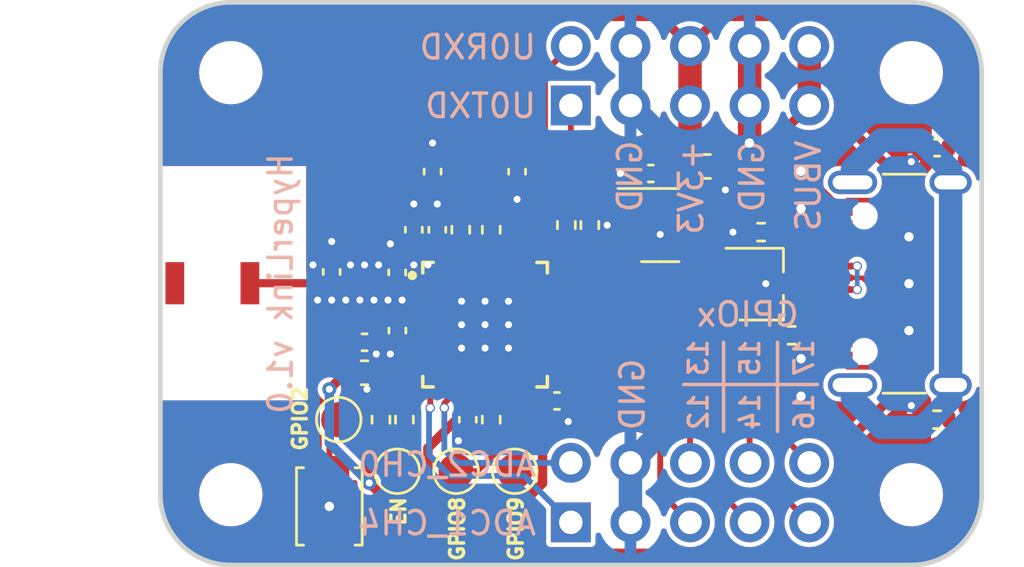
<source format=kicad_pcb>
(kicad_pcb (version 20221018) (generator pcbnew)
  (layers (0 "F.Cu" signal) (31 "B.Cu" signal) (34 "B.Paste" user) (35 "F.Paste" user) (36 "B.SilkS" user "B.Silkscreen") (37 "F.SilkS" user "F.Silkscreen") (38 "B.Mask" user) (39 "F.Mask" user) (44 "Edge.Cuts" user))
  (net 0 "")
  (net 1 "+3V3")
  (net 4 "VBUS")
  (net 5 "GND")
  (net 11 "/USB_D-")
  (net 12 "/USB_D+")
  (net 14 "/GPIO9")
  (net 15 "/GPIO2")
  (net 17 "/EN")
  (net 18 "/RF")
  (net 19 "/ANT")
  (net 20 "/SHIELD")
  (net 21 "/GPIO8")
  (net 22 "/XTAL_P")
  (net 23 "/XTAL_N")
  (net 24 "/XTAL_P_RES")
  (net 25 "/VDD3P3")
  (net 26 "/U0RXD")
  (net 27 "/U0TXD")
  (net 28 "/GPIO12")
  (net 29 "/GPIO13")
  (net 30 "/GPIO14")
  (net 31 "/GPIO15")
  (net 32 "/GPIO16")
  (net 33 "/GPIO17")
  (net 34 "/ADC1_CH4")
  (net 35 "/ADC2_CH0")
  (net 36 "/U0TXD_RES")
  (net 37 "/CC1")
  (net 38 "/CC2")
  (net 40 "/LDO_EN")
  (footprint "Package_TO_SOT_SMD:SOT-23-5" (layer "F.Cu") (at 140.3 79.5)
    (fp_text reference "U3" hide)
    (fp_text value "MIC5504-3.3YM5" hide)
  )
  (footprint "Resistor_SMD:R_0402_1005Metric" (layer "F.Cu") (at 144.6 79.8 180)
    (fp_text reference "R7" hide)
    (fp_text value "5k1" hide)
  )
  (footprint "TestPoint:TestPoint_Pad_D1.5mm" (layer "F.Cu") (at 126.6 87.8)
    (fp_text reference "TP4" hide)
    (fp_text value "GPIO2" hide)
  )
  (footprint "MountingHole:MountingHole_2.2mm_M2" (layer "F.Cu") (at 122 73)
    (fp_text reference "H3" hide)
    (fp_text value "MountingHole" hide)
  )
  (footprint "Resistor_SMD:R_0402_1005Metric" (layer "F.Cu") (at 129.4 87.8 90)
    (fp_text reference "R4" hide)
    (fp_text value "10k" hide)
  )
  (footprint "Capacitor_SMD:C_0402_1005Metric" (layer "F.Cu") (at 135.9 87)
    (fp_text reference "C2" hide)
    (fp_text value "100n" hide)
  )
  (footprint "MountingHole:MountingHole_2.2mm_M2" (layer "F.Cu") (at 151 73)
    (fp_text reference "H2" hide)
    (fp_text value "MountingHole" hide)
  )
  (footprint "Resistor_SMD:R_0402_1005Metric" (layer "F.Cu") (at 145.9 84.2 180)
    (fp_text reference "R8" hide)
    (fp_text value "5k1" hide)
  )
  (footprint "Capacitor_SMD:C_0402_1005Metric" (layer "F.Cu") (at 130.6 77.22 90)
    (fp_text reference "C5" hide)
    (fp_text value "12pF" hide)
  )
  (footprint "Capacitor_SMD:C_0603_1608Metric" (layer "F.Cu") (at 142.3 77)
    (fp_text reference "C7" hide)
    (fp_text value "10u" hide)
  )
  (footprint "TestPoint:TestPoint_Pad_D1.5mm" (layer "F.Cu") (at 134.1 90)
    (fp_text reference "TP2" hide)
    (fp_text value "GPIO9" hide)
  )
  (footprint "Capacitor_SMD:C_0603_1608Metric" (layer "F.Cu") (at 127.7 85.8)
    (fp_text reference "C18" hide)
    (fp_text value "10u" hide)
  )
  (footprint "Capacitor_SMD:C_0402_1005Metric" (layer "F.Cu") (at 126.3 81.5 90)
    (fp_text reference "C14" hide)
    (fp_text value "C" hide)
  )
  (footprint "Capacitor_SMD:C_0402_1005Metric" (layer "F.Cu") (at 130.8 79.7 90)
    (fp_text reference "C4" hide)
    (fp_text value "1u" hide)
  )
  (footprint "Capacitor_SMD:C_0402_1005Metric" (layer "F.Cu") (at 129.09 81.52 90)
    (fp_text reference "C1" hide)
    (fp_text value "C" hide)
  )
  (footprint "Inductor_SMD:L_0402_1005Metric" (layer "F.Cu") (at 127.7 81.95)
    (fp_text reference "L1" hide)
    (fp_text value "L" hide)
  )
  (footprint "Resistor_SMD:R_0402_1005Metric" (layer "F.Cu") (at 136.3 79.5 -90)
    (fp_text reference "R9" hide)
    (fp_text value "1k5" hide)
  )
  (footprint "Capacitor_SMD:C_0402_1005Metric" (layer "F.Cu") (at 134.2 77.22 -90)
    (fp_text reference "C6" hide)
    (fp_text value "12pF" hide)
  )
  (footprint "Inductor_SMD:L_0402_1005Metric" (layer "F.Cu") (at 127.7 83.5)
    (fp_text reference "L2" hide)
    (fp_text value "2n" hide)
  )
  (footprint "TestPoint:TestPoint_Pad_D1.5mm" (layer "F.Cu") (at 131.6 90)
    (fp_text reference "TP3" hide)
    (fp_text value "GPIO8" hide)
  )
  (footprint "Resistor_SMD:R_0402_1005Metric" (layer "F.Cu") (at 137.3 79.5 90)
    (fp_text reference "R10" hide)
    (fp_text value "10k" hide)
  )
  (footprint "Connector_USB:USB_C_Receptacle_GCT_USB4105-xx-A_16P_TopMnt_Horizontal" (layer "F.Cu") (at 151.6 82 90)
    (fp_text reference "J1" hide)
    (fp_text value "USB_C_Receptacle_USB2.0" hide)
  )
  (footprint "Capacitor_SMD:C_0402_1005Metric" (layer "F.Cu") (at 129.1 84 -90)
    (fp_text reference "C15" hide)
    (fp_text value "100n" hide)
  )
  (footprint "Capacitor_SMD:C_0402_1005Metric" (layer "F.Cu") (at 152.1 76.2 180)
    (fp_text reference "C11" hide)
    (fp_text value "C" hide)
  )
  (footprint "MountingHole:MountingHole_2.2mm_M2" (layer "F.Cu") (at 151 91)
    (fp_text reference "H1" hide)
    (fp_text value "MountingHole" hide)
  )
  (footprint "Connector_PinHeader_2.54mm:PinHeader_2x05_P2.54mm_Vertical" (layer "F.Cu") (at 136.49 92.18 90)
    (fp_text reference "J2" hide)
    (fp_text value "Conn_02x05_Odd_Even" hide)
  )
  (footprint "Connector_PinHeader_2.54mm:PinHeader_2x05_P2.54mm_Vertical" (layer "F.Cu") (at 136.49 74.4 90)
    (fp_text reference "J3" hide)
    (fp_text value "Conn_02x05_Odd_Even" hide)
  )
  (footprint "Capacitor_SMD:C_0402_1005Metric" (layer "F.Cu") (at 129.8 79.7 90)
    (fp_text reference "C3" hide)
    (fp_text value "10n" hide)
  )
  (footprint "Resistor_SMD:R_0402_1005Metric" (layer "F.Cu") (at 133.1 87.8 90)
    (fp_text reference "R2" hide)
    (fp_text value "10k" hide)
  )
  (footprint "Capacitor_SMD:C_0402_1005Metric" (layer "F.Cu") (at 139.9 77.3 180)
    (fp_text reference "C12" hide)
    (fp_text value "1u" hide)
  )
  (footprint "Resistor_SMD:R_0402_1005Metric" (layer "F.Cu") (at 128.4 87.8 90)
    (fp_text reference "R3" hide)
    (fp_text value "10k" hide)
  )
  (footprint "Resistor_SMD:R_0402_1005Metric" (layer "F.Cu") (at 131.8 79.7 -90)
    (fp_text reference "R6" hide)
    (fp_text value "0R" hide)
  )
  (footprint "encyclopedia_galactica:ABM11W-30.0000MHZ-7-D1X-T3" (layer "F.Cu") (at 132.400001 77.4 180)
    (fp_text reference "Y1" hide)
    (fp_text value "ABM11W-40.0000MHZ-8-B1U-T3" hide)
  )
  (footprint "Capacitor_SMD:C_0402_1005Metric" (layer "F.Cu") (at 132.1 87.8 -90)
    (fp_text reference "C17" hide)
    (fp_text value "100n" hide)
  )
  (footprint "MountingHole:MountingHole_2.2mm_M2" (layer "F.Cu") (at 122 91)
    (fp_text reference "H4" hide)
    (fp_text value "MountingHole" hide)
  )
  (footprint "Package_TO_SOT_SMD:TSOT-23" (layer "F.Cu") (at 144.6 82)
    (fp_text reference "U2" hide)
    (fp_text value "PESD2USB5UXT" hide)
  )
  (footprint "encyclopedia_galactica:QFN32_5X5_EXP" (layer "F.Cu") (at 132.834851 83.7487)
    (fp_text reference "U1" hide)
    (fp_text value "ESP32-C3" hide)
  )
  (footprint "Capacitor_SMD:C_0402_1005Metric" (layer "F.Cu") (at 127.7 84.5)
    (fp_text reference "C16" hide)
    (fp_text value "100n" hide)
  )
  (footprint "TestPoint:TestPoint_Pad_D1.5mm" (layer "F.Cu") (at 129.1 90)
    (fp_text reference "TP1" hide)
    (fp_text value "EN" hide)
  )
  (footprint "Button_Switch_SMD:SW_SPST_B3U-1000P" (layer "F.Cu") (at 126.2 91.5 90)
    (fp_text reference "SW1" hide)
    (fp_text value "SW_Push" hide)
  )
  (footprint "Resistor_SMD:R_0402_1005Metric" (layer "F.Cu") (at 152.1 87.8 180)
    (fp_text reference "R1" hide)
    (fp_text value "R" hide)
  )
  (footprint "encyclopedia_galactica:2108838-1" (layer "F.Cu") (at 118.715 81.98)
    (fp_text reference "AE1" hide)
    (fp_text value "2108838-1" hide)
  )
  (footprint "Resistor_SMD:R_0402_1005Metric" (layer "F.Cu") (at 133.1 79.7 -90)
    (fp_text reference "R5" hide)
    (fp_text value "500R" hide)
  )
  (gr_line (start 143 84.5) (end 143 88.3) (stroke (width 0.15)) (layer "B.SilkS"))
  (gr_line (start 145.3 84.5) (end 145.3 88.3) (stroke (width 0.15)) (layer "B.SilkS"))
  (gr_line (start 141.3 86.3) (end 147 86.3) (stroke (width 0.15)) (layer "B.SilkS"))
  (gr_line locked (start 122.000001 94) (end 151 94) (stroke (width 0.2)) (layer "Edge.Cuts"))
  (gr_arc locked (start 154.000002 91.000001) (mid 153.121322 93.121321) (end 151.000002 94.000001) (stroke (width 0.2)) (layer "Edge.Cuts"))
  (gr_line locked (start 119.000001 72.999999) (end 119 91) (stroke (width 0.2)) (layer "Edge.Cuts"))
  (gr_arc locked (start 151.000002 69.999999) (mid 153.121321 70.878679) (end 154.000002 72.999999) (stroke (width 0.2)) (layer "Edge.Cuts"))
  (gr_arc locked (start 122 94.000001) (mid 119.878673 93.121322) (end 119 91.000001) (stroke (width 0.2)) (layer "Edge.Cuts"))
  (gr_line locked (start 154.000003 73) (end 154.000002 91.000001) (stroke (width 0.2)) (layer "Edge.Cuts"))
  (gr_arc locked (start 119.000001 73) (mid 119.878674 70.878667) (end 122.000001 70) (stroke (width 0.2)) (layer "Edge.Cuts"))
  (gr_line locked (start 122.000001 70) (end 151 70) (stroke (width 0.2)) (layer "Edge.Cuts"))
  (gr_text "ADC1_CH4" (at 135.1 92.8) (layer "B.SilkS") (effects (font (size 1 1)) (justify left bottom mirror)))
  (gr_text "GND" (at 139.6 75.8 90) (layer "B.SilkS") (effects (font (size 1 1)) (justify left bottom mirror)))
  (gr_text "12" (at 142.4 86.6 90) (layer "B.SilkS") (effects (font (size 0.8 0.8)) (justify left bottom mirror)))
  (gr_text "GPIOx" (at 146.3 83.9) (layer "B.SilkS") (effects (font (size 1 1)) (justify left bottom mirror)))
  (gr_text "HyperLink v1.0" (at 124.7 76.35 90) (layer "B.SilkS") (effects (font (size 1 1)) (justify left bottom mirror)))
  (gr_text "17" (at 146.9 84.3 90) (layer "B.SilkS") (effects (font (size 0.8 0.8)) (justify left bottom mirror)))
  (gr_text "15" (at 144.6 84.3 90) (layer "B.SilkS") (effects (font (size 0.8 0.8)) (justify left bottom mirror)))
  (gr_text "13" (at 142.4 84.3 90) (layer "B.SilkS") (effects (font (size 0.8 0.8)) (justify left bottom mirror)))
  (gr_text "U0TXD" (at 135.1 75) (layer "B.SilkS") (effects (font (size 1 1)) (justify left bottom mirror)))
  (gr_text "16" (at 146.9 86.6 90) (layer "B.SilkS") (effects (font (size 0.8 0.8)) (justify left bottom mirror)))
  (gr_text "VBUS" (at 147.2 75.8 90) (layer "B.SilkS") (effects (font (size 1 1)) (justify left bottom mirror)))
  (gr_text "+3V3" (at 142.2 75.8 90) (layer "B.SilkS") (effects (font (size 1 1)) (justify left bottom mirror)))
  (gr_text "ADC2_CH0" (at 135.1 90.3) (layer "B.SilkS") (effects (font (size 1 1)) (justify left bottom mirror)))
  (gr_text "U0RXD" (at 135.1 72.5) (layer "B.SilkS") (effects (font (size 1 1)) (justify left bottom mirror)))
  (gr_text "GND" (at 139.7 85.1 90) (layer "B.SilkS") (effects (font (size 1 1)) (justify left bottom mirror)))
  (gr_text "14" (at 144.6 86.6 90) (layer "B.SilkS") (effects (font (size 0.8 0.8)) (justify left bottom mirror)))
  (gr_text "GND" (at 144.8 75.8 90) (layer "B.SilkS") (effects (font (size 1 1)) (justify left bottom mirror)))
  (gr_text "GPIO9" (at 134.5 93.9 90) (layer "F.SilkS") (effects (font (size 0.6 0.6)) (justify left bottom)))
  (gr_text "GPIO2" (at 125.3 89.2 90) (layer "F.SilkS") (effects (font (size 0.6 0.6)) (justify left bottom)))
  (gr_text "GPIO8" (at 132 93.9 90) (layer "F.SilkS") (effects (font (size 0.6 0.6)) (justify left bottom)))
  (gr_text "EN" (at 129.5 92.4 90) (layer "F.SilkS") (effects (font (size 0.6 0.6)) (justify left bottom)))
  (segment (start 132.11 87.32) (end 132.1 87.32) (width 0.4) (layer "F.Cu") (net 1))
  (segment (start 142.83 70.6) (end 147.325 70.6) (width 0.4) (layer "F.Cu") (net 1))
  (segment (start 132.08485 86.1974) (end 132.08485 87.30485) (width 0.4) (layer "F.Cu") (net 1))
  (segment (start 135.283551 90.516449) (end 133.878 91.922) (width 0.4) (layer "F.Cu") (net 1))
  (segment (start 126.9 85.8) (end 126.925 85.8) (width 0.4) (layer "F.Cu") (net 1))
  (segment (start 130.4 89.009562) (end 130.4 91.2) (width 0.4) (layer "F.Cu") (net 1))
  (segment (start 141.57 78.35) (end 141.4375 78.35) (width 1) (layer "F.Cu") (net 1))
  (segment (start 130.8 80.515149) (end 130.8 80.18) (width 0.4) (layer "F.Cu") (net 1))
  (segment (start 138.513288 76.5) (end 141.47 76.5) (width 0.4) (layer "F.Cu") (net 1))
  (segment (start 126.2 86.5) (end 126.9 85.8) (width 0.4) (layer "F.Cu") (net 1))
  (segment (start 127.22 84.5) (end 127.22 85.505) (width 0.4) (layer "F.Cu") (net 1))
  (segment (start 132.2 70.6) (end 128.963 73.837) (width 0.4) (layer "F.Cu") (net 1))
  (segment (start 136.3 78.99) (end 136.3 78.713288) (width 0.4) (layer "F.Cu") (net 1))
  (segment (start 141.57 74.4) (end 141.57 71.86) (width 1) (layer "F.Cu") (net 1))
  (segment (start 141.57 71.86) (end 140.31 70.6) (width 0.4) (layer "F.Cu") (net 1))
  (segment (start 141.57 74.4) (end 141.57 78.35) (width 1) (layer "F.Cu") (net 1))
  (segment (start 127.22 85.505) (end 126.925 85.8) (width 0.4) (layer "F.Cu") (net 1))
  (segment (start 147.325 70.6) (end 148.2 71.475) (width 0.4) (layer "F.Cu") (net 1))
  (segment (start 148.2 92.5) (end 147.2 93.5) (width 0.4) (layer "F.Cu") (net 1))
  (segment (start 135.283551 85.498699) (end 135.283551 90.516449) (width 0.4) (layer "F.Cu") (net 1))
  (segment (start 148.2 71.475) (end 148.2 75.2) (width 0.4) (layer "F.Cu") (net 1))
  (segment (start 131.084852 81.3) (end 131.1 81.3) (width 0.4) (layer "F.Cu") (net 1))
  (segment (start 127.9 90.5) (end 127.9 88.81) (width 0.4) (layer "F.Cu") (net 1))
  (segment (start 147.2 93.5) (end 135.456 93.5) (width 0.4) (layer "F.Cu") (net 1))
  (segment (start 127.9 90.5) (end 128.6 91.2) (width 0.4) (layer "F.Cu") (net 1))
  (segment (start 133.878 91.922) (end 133.156 91.2) (width 0.4) (layer "F.Cu") (net 1))
  (segment (start 141.57 71.86) (end 142.83 70.6) (width 0.4) (layer "F.Cu") (net 1))
  (segment (start 151.7 78.7) (end 151.7 85.3) (width 0.4) (layer "F.Cu") (net 1))
  (segment (start 128.963 73.837) (end 128.963 79.614471) (width 0.4) (layer "F.Cu") (net 1))
  (segment (start 131.1 81.3) (end 131.342425 81.057575) (width 0.4) (layer "F.Cu") (net 1))
  (segment (start 151.7 85.3) (end 148.2 88.8) (width 0.4) (layer "F.Cu") (net 1))
  (segment (start 128.6 91.2) (end 130.4 91.2) (width 0.4) (layer "F.Cu") (net 1))
  (segment (start 136.3 78.713288) (end 138.513288 76.5) (width 0.4) (layer "F.Cu") (net 1))
  (segment (start 131.342425 81.057575) (end 130.8 80.515149) (width 0.4) (layer "F.Cu") (net 1))
  (segment (start 133.156 91.2) (end 130.4 91.2) (width 0.4) (layer "F.Cu") (net 1))
  (segment (start 130.8 80.18) (end 129.8 80.18) (width 0.4) (layer "F.Cu") (net 1))
  (segment (start 129.4 88.31) (end 128.4 88.31) (width 0.4) (layer "F.Cu") (net 1))
  (segment (start 127.215 84.495) (end 127.22 84.5) (width 0.4) (layer "F.Cu") (net 1))
  (segment (start 133.1 88.31) (end 132.11 87.32) (width 0.4) (layer "F.Cu") (net 1))
  (segment (start 132.1 87.32) (end 132.089562 87.32) (width 0.4) (layer "F.Cu") (net 1))
  (segment (start 129.528529 80.18) (end 129.8 80.18) (width 0.4) (layer "F.Cu") (net 1))
  (segment (start 140.31 70.6) (end 132.2 70.6) (width 0.4) (layer "F.Cu") (net 1))
  (segment (start 135.456 93.5) (end 133.878 91.922) (width 0.4) (layer "F.Cu") (net 1))
  (segment (start 128.963 79.614471) (end 129.528529 80.18) (width 0.4) (layer "F.Cu") (net 1))
  (segment (start 127.9 88.81) (end 128.4 88.31) (width 0.4) (layer "F.Cu") (net 1))
  (segment (start 148.2 75.2) (end 151.7 78.7) (width 0.4) (layer "F.Cu") (net 1))
  (segment (start 148.2 88.8) (end 148.2 92.5) (width 0.4) (layer "F.Cu") (net 1))
  (segment (start 127.215 83.5) (end 127.215 84.495) (width 0.4) (layer "F.Cu") (net 1))
  (segment (start 131.584851 81.3) (end 131.342425 81.057575) (width 0.4) (layer "F.Cu") (net 1))
  (segment (start 132.089562 87.32) (end 130.4 89.009562) (width 0.4) (layer "F.Cu") (net 1))
  (segment (start 132.08485 87.30485) (end 132.1 87.32) (width 0.4) (layer "F.Cu") (net 1))
  (via (at 126.2 86.5) (size 0.6) (drill 0.3) (layers "F.Cu" "B.Cu") (net 1))
  (via (at 127.9 90.5) (size 0.6) (drill 0.3) (layers "F.Cu" "B.Cu") (net 1))
  (segment (start 127.9 90.5) (end 126.2 88.8) (width 0.4) (layer "B.Cu") (net 1))
  (segment (start 126.2 88.8) (end 126.2 86.5) (width 0.4) (layer "B.Cu") (net 1))
  (segment (start 147.92 84.4) (end 148.42434 84.4) (width 0.35) (layer "F.Cu") (net 4))
  (segment (start 149.597 80.77266) (end 148.42434 79.6) (width 0.35) (layer "F.Cu") (net 4))
  (segment (start 148.42434 84.4) (end 149.597 83.22734) (width 0.35) (layer "F.Cu") (net 4))
  (segment (start 145.452 75.598) (end 145.452 79.152) (width 0.4) (layer "F.Cu") (net 4))
  (segment (start 145.9 79.6) (end 145.452 79.152) (width 0.35) (layer "F.Cu") (net 4))
  (segment (start 140.132112 78.55) (end 139.1625 78.55) (width 0.35) (layer "F.Cu") (net 4))
  (segment (start 137.3 78.99) (end 137.74 78.55) (width 0.25) (layer "F.Cu") (net 4))
  (segment (start 147.92 79.6) (end 145.9 79.6) (width 0.35) (layer "F.Cu") (net 4))
  (segment (start 149.597 83.22734) (end 149.597 80.77266) (width 0.35) (layer "F.Cu") (net 4))
  (segment (start 148.42434 79.6) (end 147.92 79.6) (width 0.35) (layer "F.Cu") (net 4))
  (segment (start 146.65 71.86) (end 146.65 74.4) (width 1) (layer "F.Cu") (net 4))
  (segment (start 137.74 78.55) (end 139.1625 78.55) (width 0.25) (layer "F.Cu") (net 4))
  (segment (start 145.452 79.152) (end 140.734112 79.152) (width 0.35) (layer "F.Cu") (net 4))
  (segment (start 140.734112 79.152) (end 140.132112 78.55) (width 0.35) (layer "F.Cu") (net 4))
  (segment (start 140.38 77.3) (end 140.38 78.302112) (width 0.35) (layer "F.Cu") (net 4))
  (segment (start 140.38 78.302112) (end 140.132112 78.55) (width 0.35) (layer "F.Cu") (net 4))
  (segment (start 146.65 74.4) (end 145.452 75.598) (width 0.4) (layer "F.Cu") (net 4))
  (segment (start 149.334999 85.565) (end 150.9 83.999999) (width 0.2) (layer "F.Cu") (net 5))
  (segment (start 148.285 78.435) (end 149.335001 78.435) (width 0.2) (layer "F.Cu") (net 5))
  (segment (start 139.42 77.3) (end 138.6 77.3) (width 0.4) (layer "F.Cu") (net 5))
  (segment (start 130.8 79.22) (end 130.8 78.6) (width 0.4) (layer "F.Cu") (net 5))
  (segment (start 131.7 88.7) (end 132.1 88.3) (width 0.4) (layer "F.Cu") (net 5))
  (segment (start 147.92 78.8) (end 148.285 78.435) (width 0.2) (layer "F.Cu") (net 5))
  (segment (start 128.2 84.52) (end 128.18 84.5) (width 0.4) (layer "F.Cu") (net 5))
  (segment (start 144.11 74.4) (end 144.11 71.86) (width 1) (layer "F.Cu") (net 5))
  (segment (start 131.590001 76.74) (end 131.763001 76.913) (width 0.2) (layer "F.Cu") (net 5))
  (segment (start 146.3 85.2) (end 147.92 85.2) (width 0.35) (layer "F.Cu") (net 5))
  (segment (start 145.91 82) (end 144.8 82) (width 0.4) (layer "F.Cu") (net 5))
  (segment (start 130.6 76.74) (end 131.590001 76.74) (width 0.2) (layer "F.Cu") (net 5))
  (segment (start 128.8 80.75) (end 129.09 81.04) (width 0.4) (layer "F.Cu") (net 5))
  (segment (start 143.075 78) (end 143.075 77) (width 0.4) (layer "F.Cu") (net 5))
  (segment (start 145.39 84.29) (end 146.3 85.2) (width 0.4) (layer "F.Cu") (net 5))
  (segment (start 129.8 79.22) (end 129.8 78.6) (width 0.4) (layer "F.Cu") (net 5))
  (segment (start 147.92 85.2) (end 148.285 85.565) (width 0.2) (layer "F.Cu") (net 5))
  (segment (start 148.285 85.565) (end 149.334999 85.565) (width 0.2) (layer "F.Cu") (net 5))
  (segment (start 126.2 93.2) (end 126.2 91.5) (width 0.4) (layer "F.Cu") (net 5))
  (segment (start 128.2 85) (end 128.2 84.52) (width 0.4) (layer "F.Cu") (net 5))
  (segment (start 143.4 79.8) (end 144.09 79.8) (width 0.4) (layer "F.Cu") (net 5))
  (segment (start 138.046557 79.5) (end 139.1625 79.5) (width 0.4) (layer "F.Cu") (net 5))
  (segment (start 146.3 78.8) (end 147.92 78.8) (width 0.4) (layer "F.Cu") (net 5))
  (segment (start 145.39 84.2) (end 145.39 84.29) (width 0.4) (layer "F.Cu") (net 5))
  (segment (start 147.92 85.2) (end 147.645 85.2) (width 0.4) (layer "F.Cu") (net 5))
  (segment (start 133.224001 77.7) (end 133.037001 77.887) (width 0.2) (layer "F.Cu") (net 5))
  (segment (start 146.3 86.545) (end 146.3 86.8) (width 0.4) (layer "F.Cu") (net 5))
  (segment (start 139.9 79.5) (end 139.1625 79.5) (width 0.4) (layer "F.Cu") (net 5))
  (segment (start 128.475 85.825) (end 128.475 85.8) (width 0.4) (layer "F.Cu") (net 5))
  (segment (start 134.2 78.4) (end 134.2 77.7) (width 0.4) (layer "F.Cu") (net 5))
  (segment (start 147.645 85.2) (end 146.3 86.545) (width 0.4) (layer "F.Cu") (net 5))
  (segment (start 140.3 79.9) (end 139.9 79.5) (width 0.4) (layer "F.Cu") (net 5))
  (segment (start 126.3 80.2) (end 126.3 81.02) (width 0.4) (layer "F.Cu") (net 5))
  (segment (start 136.38 87.88) (end 136.38 87) (width 0.4) (layer "F.Cu") (net 5))
  (segment (start 147.895445 78.8) (end 146.3 77.204555) (width 0.4) (layer "F.Cu") (net 5))
  (segment (start 151.59 87.8) (end 151.59 87.79) (width 0.4) (layer "F.Cu") (net 5))
  (segment (start 130.6 76) (end 130.6 76.7) (width 0.4) (layer "F.Cu") (net 5))
  (segment (start 127.8 86.5) (end 128.475 85.825) (width 0.4) (layer "F.Cu") (net 5))
  (segment (start 134.2 77.7) (end 133.224001 77.7) (width 0.2) (layer "F.Cu") (net 5))
  (segment (start 151.59 87.79) (end 151 87.2) (width 0.4) (layer "F.Cu") (net 5))
  (segment (start 151.6 76.2) (end 151 76.8) (width 0.4) (layer "F.Cu") (net 5))
  (segment (start 151.62 76.2) (end 151.6 76.2) (width 0.4) (layer "F.Cu") (net 5))
  (segment (start 149.335001 78.435) (end 150.9 79.999999) (width 0.2) (layer "F.Cu") (net 5))
  (segment (start 138.040639 79.505918) (end 138.046557 79.5) (width 0.4) (layer "F.Cu") (net 5))
  (segment (start 128.8 80.3) (end 128.8 80.75) (width 0.4) (layer "F.Cu") (net 5))
  (segment (start 144.11 74.4) (end 144.11 75.99) (width 1) (layer "F.Cu") (net 5))
  (segment (start 128.799503 85) (end 128.799503 84.780497) (width 0.4) (layer "F.Cu") (net 5))
  (segment (start 147.92 78.8) (end 147.895445 78.8) (width 0.4) (layer "F.Cu") (net 5))
  (segment (start 128.799503 84.780497) (end 129.1 84.48) (width 0.4) (layer "F.Cu") (net 5))
  (segment (start 132.1 88.3) (end 132.1 88.28) (width 0.4) (layer "F.Cu") (net 5))
  (segment (start 144.11 75.99) (end 144.1 76) (width 1) (layer "F.Cu") (net 5))
  (via (at 130.4 81.2) (size 0.4) (drill 0.3) (layers "F.Cu" "B.Cu") (net 5))
  (via (at 128.8 80.3) (size 0.4) (drill 0.3) (layers "F.Cu" "B.Cu") (net 5))
  (via (at 126.9 82.7) (size 0.4) (drill 0.3) (layers "F.Cu" "B.Cu") (net 5))
  (via (at 138.6 77.3) (size 0.6) (drill 0.3) (layers "F.Cu" "B.Cu") (net 5))
  (via (at 129.8 81.2) (size 0.4) (drill 0.3) (layers "F.Cu" "B.Cu") (net 5))
  (via (at 128.1 82.7) (size 0.4) (drill 0.3) (layers "F.Cu" "B.Cu") (net 5))
  (via (at 146.3 78.8) (size 0.9) (drill 0.4) (layers "F.Cu" "B.Cu") (net 5))
  (via (at 133.834851 84.7487) (size 0.4) (drill 0.3) (layers "F.Cu" "B.Cu") (net 5))
  (via (at 134.2 78.4) (size 0.4) (drill 0.3) (layers "F.Cu" "B.Cu") (net 5))
  (via (at 132.834851 83.7487) (size 0.4) (drill 0.3) (layers "F.Cu" "B.Cu") (net 5))
  (via (at 131.834851 84.7487) (size 0.4) (drill 0.3) (layers "F.Cu" "B.Cu") (net 5))
  (via (at 127.5 82.7) (size 0.4) (drill 0.3) (layers "F.Cu" "B.Cu") (net 5))
  (via (at 136.38 87.88) (size 0.6) (drill 0.3) (layers "F.Cu" "B.Cu") (net 5))
  (via (at 143.075 78) (size 0.6) (drill 0.3) (layers "F.Cu" "B.Cu") (net 5))
  (via (at 138.040639 79.505918) (size 0.6) (drill 0.3) (layers "F.Cu" "B.Cu") (net 5))
  (via (at 131.834851 83.7487) (size 0.4) (drill 0.3) (layers "F.Cu" "B.Cu") (net 5))
  (via (at 144.8 82) (size 0.6) (drill 0.3) (layers "F.Cu" "B.Cu") (net 5))
  (via (at 132.834851 82.7487) (size 0.4) (drill 0.3) (layers "F.Cu" "B.Cu") (net 5))
  (via (at 130.6 76) (size 0.4) (drill 0.3) (layers "F.Cu" "B.Cu") (net 5))
  (via (at 126.2 91.5) (size 0.9) (drill 0.4) (layers "F.Cu" "B.Cu") (net 5))
  (via (at 128.799503 85) (size 0.4) (drill 0.3) (layers "F.Cu" "B.Cu") (net 5))
  (via (at 143.4 79.8) (size 0.6) (drill 0.3) (layers "F.Cu" "B.Cu") (net 5))
  (via (at 133.834851 83.7487) (size 0.4) (drill 0.3) (layers "F.Cu" "B.Cu") (net 5))
  (via (at 131.834851 82.7487) (size 0.4) (drill 0.3) (layers "F.Cu" "B.Cu") (net 5))
  (via (at 127.1 81.2) (size 0.4) (drill 0.3) (layers "F.Cu" "B.Cu") (net 5))
  (via (at 128.7 82.7) (size 0.4) (drill 0.3) (layers "F.Cu" "B.Cu") (net 5))
  (via (at 150.9 83.999999) (size 0.9) (drill 0.4) (layers "F.Cu" "B.Cu") (net 5))
  (via (at 150.9 79.999999) (size 0.9) (drill 0.4) (layers "F.Cu" "B.Cu") (net 5))
  (via (at 146.3 77.204555) (size 0.9) (drill 0.4) (layers "F.Cu" "B.Cu") (net 5))
  (via (at 129.8 78.6) (size 0.4) (drill 0.3) (layers "F.Cu" "B.Cu") (net 5))
  (via (at 150.9 82) (size 0.9) (drill 0.4) (layers "F.Cu" "B.Cu") (net 5))
  (via (at 132.834851 84.7487) (size 0.4) (drill 0.3) (layers "F.Cu" "B.Cu") (net 5))
  (via (at 130.8 78.6) (size 0.4) (drill 0.3) (layers "F.Cu" "B.Cu") (net 5))
  (via (at 146.3 85.2) (size 0.9) (drill 0.4) (layers "F.Cu" "B.Cu") (net 5))
  (via (at 125.7 82.7) (size 0.4) (drill 0.3) (layers "F.Cu" "B.Cu") (net 5))
  (via (at 140.3 79.9) (size 0.6) (drill 0.3) (layers "F.Cu" "B.Cu") (net 5))
  (via (at 128.2 85) (size 0.4) (drill 0.3) (layers "F.Cu" "B.Cu") (net 5))
  (via (at 129.3 82.7) (size 0.4) (drill 0.3) (layers "F.Cu" "B.Cu") (net 5))
  (via (at 126.3 80.2) (size 0.4) (drill 0.3) (layers "F.Cu" "B.Cu") (net 5))
  (via (at 144.1 76) (size 0.9) (drill 0.4) (layers "F.Cu" "B.Cu") (net 5))
  (via (at 133.834851 82.7487) (size 0.4) (drill 0.3) (layers "F.Cu" "B.Cu") (net 5))
  (via (at 126.3 82.7) (size 0.4) (drill 0.3) (layers "F.Cu" "B.Cu") (net 5))
  (via (at 125.5 81.2) (size 0.4) (drill 0.3) (layers "F.Cu" "B.Cu") (net 5))
  (via (at 131.7 88.7) (size 0.4) (drill 0.3) (layers "F.Cu" "B.Cu") (net 5))
  (via (at 146.3 86.8) (size 0.9) (drill 0.4) (layers "F.Cu" "B.Cu") (net 5))
  (via (at 151 76.8) (size 0.6) (drill 0.3) (layers "F.Cu" "B.Cu") (net 5))
  (via (at 127.7 81.2) (size 0.4) (drill 0.3) (layers "F.Cu" "B.Cu") (net 5))
  (via (at 128.3 81.2) (size 0.4) (drill 0.3) (layers "F.Cu" "B.Cu") (net 5))
  (via (at 127.8 86.5) (size 0.6) (drill 0.3) (layers "F.Cu" "B.Cu") (net 5))
  (via (at 151 87.2) (size 0.6) (drill 0.3) (layers "F.Cu" "B.Cu") (net 5))
  (segment (start 146.295445 77.2) (end 146.3 77.204555) (width 1) (layer "B.Cu") (net 5))
  (segment (start 139.03 74.4) (end 141.83 77.2) (width 1) (layer "B.Cu") (net 5))
  (segment (start 139.03 92.18) (end 139.03 89.64) (width 1) (layer "B.Cu") (net 5))
  (segment (start 151 79.899999) (end 150.9 79.999999) (width 0.4) (layer "B.Cu") (net 5))
  (segment (start 151 87.2) (end 151 84.099999) (width 0.4) (layer "B.Cu") (net 5))
  (segment (start 139.03 74.4) (end 139.03 71.86) (width 1) (layer "B.Cu") (net 5))
  (segment (start 143.47 85.2) (end 139.03 89.64) (width 1) (layer "B.Cu") (net 5))
  (segment (start 151 76.8) (end 151 79.899999) (width 0.4) (layer "B.Cu") (net 5))
  (segment (start 141.83 77.2) (end 146.295445 77.2) (width 1) (layer "B.Cu") (net 5))
  (segment (start 146.3 85.2) (end 143.47 85.2) (width 1) (layer "B.Cu") (net 5))
  (segment (start 151 84.099999) (end 150.9 83.999999) (width 0.4) (layer "B.Cu") (net 5))
  (segment (start 147.095 82.25) (end 146.768 82.577) (width 0.25) (layer "F.Cu") (net 11))
  (segment (start 147.92 82.25) (end 147.095 82.25) (width 0.25) (layer "F.Cu") (net 11))
  (segment (start 146.768 82.577) (end 144.577 82.577) (width 0.25) (layer "F.Cu") (net 11))
  (segment (start 144.177 82.177) (end 138.066541 82.177) (width 0.25) (layer "F.Cu") (net 11))
  (segment (start 134.58485 81.01515) (end 134.58485 81.3) (width 0.25) (layer "F.Cu") (net 11))
  (segment (start 143.29 82.95) (end 143.29 82.187) (width 0.2) (layer "F.Cu") (net 11))
  (segment (start 134.723 80.877) (end 134.58485 81.01515) (width 0.25) (layer "F.Cu") (net 11))
  (segment (start 148.695 81.25) (end 147.92 81.25) (width 0.25) (layer "F.Cu") (net 11))
  (segment (start 138.066541 82.177) (end 136.766541 80.877) (width 0.25) (layer "F.Cu") (net 11))
  (segment (start 144.577 82.577) (end 144.177 82.177) (width 0.25) (layer "F.Cu") (net 11))
  (segment (start 148.695 82.25) (end 147.92 82.25) (width 0.25) (layer "F.Cu") (net 11))
  (segment (start 136.766541 80.877) (end 134.723 80.877) (width 0.25) (layer "F.Cu") (net 11))
  (via (at 148.695 81.25) (size 0.4) (drill 0.3) (layers "F.Cu" "B.Cu") (net 11))
  (via (at 148.695 82.25) (size 0.4) (drill 0.3) (layers "F.Cu" "B.Cu") (net 11))
  (segment (start 148.695 82.25) (end 148.695 81.25) (width 0.2) (layer "B.Cu") (net 11))
  (segment (start 149.195 82.02) (end 149.195 82.52) (width 0.2) (layer "F.Cu") (net 12))
  (segment (start 146.768 81.423) (end 144.577 81.423) (width 0.25) (layer "F.Cu") (net 12))
  (segment (start 147.92 81.75) (end 147.872999 81.797001) (width 0.2) (layer "F.Cu") (net 12))
  (segment (start 144.2 81.8) (end 138.222699 81.8) (width 0.25) (layer "F.Cu") (net 12))
  (segment (start 148.965 82.75) (end 147.92 82.75) (width 0.2) (layer "F.Cu") (net 12))
  (segment (start 148.925 81.75) (end 149.195 82.02) (width 0.2) (layer "F.Cu") (net 12))
  (segment (start 138.222699 81.8) (end 136.922699 80.5) (width 0.25) (layer "F.Cu") (net 12))
  (segment (start 134.084851 80.915149) (end 134.084851 81.3) (width 0.25) (layer "F.Cu") (net 12))
  (segment (start 147.095 81.75) (end 146.768 81.423) (width 0.25) (layer "F.Cu") (net 12))
  (segment (start 147.92 81.75) (end 148.925 81.75) (width 0.2) (layer "F.Cu") (net 12))
  (segment (start 147.92 81.75) (end 147.095 81.75) (width 0.25) (layer "F.Cu") (net 12))
  (segment (start 134.5 80.5) (end 134.084851 80.915149) (width 0.25) (layer "F.Cu") (net 12))
  (segment (start 144.577 81.423) (end 144.2 81.8) (width 0.25) (layer "F.Cu") (net 12))
  (segment (start 136.3 80.5) (end 134.5 80.5) (width 0.25) (layer "F.Cu") (net 12))
  (segment (start 136.922699 80.5) (end 136.3 80.5) (width 0.25) (layer "F.Cu") (net 12))
  (segment (start 149.195 82.52) (end 148.965 82.75) (width 0.2) (layer "F.Cu") (net 12))
  (segment (start 136.3 80.01) (end 136.3 80.5) (width 0.25) (layer "F.Cu") (net 12))
  (segment (start 143.29 81.05) (end 143.29 81.79) (width 0.2) (layer "F.Cu") (net 12))
  (segment (start 134.084851 86.1974) (end 134.084851 87.351692) (width 0.25) (layer "F.Cu") (net 14))
  (segment (start 134.177 87.443841) (end 134.177 89.923) (width 0.25) (layer "F.Cu") (net 14))
  (segment (start 134.177 89.923) (end 134.1 90) (width 0.25) (layer "F.Cu") (net 14))
  (segment (start 134.084851 87.351692) (end 134.177 87.443841) (width 0.25) (layer "F.Cu") (net 14))
  (segment (start 126.2 88.2) (end 126.6 87.8) (width 0.25) (layer "F.Cu") (net 15))
  (segment (start 127.11 87.29) (end 126.6 87.8) (width 0.25) (layer "F.Cu") (net 15))
  (segment (start 128.4 87.29) (end 127.11 87.29) (width 0.25) (layer "F.Cu") (net 15))
  (segment (start 129.323 86.367) (end 128.4 87.29) (width 0.2) (layer "F.Cu") (net 15))
  (segment (start 126.2 89.8) (end 126.2 88.2) (width 0.25) (layer "F.Cu") (net 15))
  (segment (start 129.323 85.190703) (end 129.323 86.367) (width 0.2) (layer "F.Cu") (net 15))
  (segment (start 130.386151 84.498701) (end 130.015002 84.498701) (width 0.2) (layer "F.Cu") (net 15))
  (segment (start 130.015002 84.498701) (end 129.323 85.190703) (width 0.2) (layer "F.Cu") (net 15))
  (segment (start 129.947 89.153) (end 129.1 90) (width 0.2) (layer "F.Cu") (net 17))
  (segment (start 129.947 87.747) (end 129.947 89.153) (width 0.2) (layer "F.Cu") (net 17))
  (segment (start 129.977451 84.9987) (end 129.65 85.326151) (width 0.2) (layer "F.Cu") (net 17))
  (segment (start 130.386151 84.9987) (end 129.977451 84.9987) (width 0.2) (layer "F.Cu") (net 17))
  (segment (start 129.65 87.45) (end 129.947 87.747) (width 0.2) (layer "F.Cu") (net 17))
  (segment (start 129.65 85.326151) (end 129.65 87.45) (width 0.2) (layer "F.Cu") (net 17))
  (segment (start 127.185 81.98) (end 122.815 81.98) (width 0.35) (layer "F.Cu") (net 18))
  (segment (start 127.215 81.95) (end 127.185 81.98) (width 0.35) (layer "F.Cu") (net 18))
  (segment (start 128.2317 81.9967) (end 130.386151 81.9967) (width 0.35) (layer "F.Cu") (net 19))
  (segment (start 128.185 81.95) (end 128.2317 81.9967) (width 0.35) (layer "F.Cu") (net 19))
  (segment (start 152.61 87.8) (end 152.61 86.385) (width 0.4) (layer "F.Cu") (net 20))
  (segment (start 152.61 86.385) (end 152.675 86.32) (width 0.4) (layer "F.Cu") (net 20))
  (segment (start 152.58 76.2) (end 152.58 77.585) (width 0.4) (layer "F.Cu") (net 20))
  (segment (start 152.58 77.585) (end 152.675 77.68) (width 0.4) (layer "F.Cu") (net 20))
  (segment (start 148.495 77.105) (end 149.727 75.873) (width 1) (layer "B.Cu") (net 20))
  (segment (start 151.383976 75.873) (end 152.675 77.164024) (width 1) (layer "B.Cu") (net 20))
  (segment (start 148.495 86.32) (end 148.495 86.895) (width 1) (layer "B.Cu") (net 20))
  (segment (start 149.727 75.873) (end 151.383976 75.873) (width 1) (layer "B.Cu") (net 20))
  (segment (start 149.727 88.127) (end 151.473 88.127) (width 1) (layer "B.Cu") (net 20))
  (segment (start 152.675 77.164024) (end 152.675 77.68) (width 1) (layer "B.Cu") (net 20))
  (segment (start 148.495 86.895) (end 149.727 88.127) (width 1) (layer "B.Cu") (net 20))
  (segment (start 152.675 86.32) (end 152.675 77.68) (width 1) (layer "B.Cu") (net 20))
  (segment (start 148.495 77.68) (end 148.495 77.105) (width 1) (layer "B.Cu") (net 20))
  (segment (start 152.675 86.925) (end 152.675 86.32) (width 1) (layer "B.Cu") (net 20))
  (segment (start 151.473 88.127) (end 152.675 86.925) (width 1) (layer "B.Cu") (net 20))
  (segment (start 133.584852 87.384852) (end 133.584852 86.1974) (width 0.25) (layer "F.Cu") (net 21))
  (segment (start 133.8 88.7) (end 133.8 87.6) (width 0.25) (layer "F.Cu") (net 21))
  (segment (start 133.1 87.29) (end 133.49 87.29) (width 0.25) (layer "F.Cu") (net 21))
  (segment (start 131.6 90) (end 132.5 90) (width 0.25) (layer "F.Cu") (net 21))
  (segment (start 133.49 87.29) (end 133.584852 87.384852) (width 0.25) (layer "F.Cu") (net 21))
  (segment (start 132.5 90) (end 133.8 88.7) (width 0.25) (layer "F.Cu") (net 21))
  (segment (start 133.8 87.6) (end 133.584852 87.384852) (width 0.25) (layer "F.Cu") (net 21))
  (segment (start 131.8 79.19) (end 131.8 77.923999) (width 0.2) (layer "F.Cu") (net 22))
  (segment (start 130.6 77.7) (end 131.576001 77.7) (width 0.2) (layer "F.Cu") (net 22))
  (segment (start 131.576001 77.7) (end 131.763001 77.887) (width 0.2) (layer "F.Cu") (net 22))
  (segment (start 131.8 77.923999) (end 131.763001 77.887) (width 0.2) (layer "F.Cu") (net 22))
  (segment (start 134.2 76.74) (end 133.210001 76.74) (width 0.2) (layer "F.Cu") (net 23))
  (segment (start 132.578 78.578) (end 132.4 78.4) (width 0.15) (layer "F.Cu") (net 23))
  (segment (start 133.210001 76.74) (end 133.037001 76.913) (width 0.2) (layer "F.Cu") (net 23))
  (segment (start 132.4 77.349001) (end 132.836001 76.913) (width 0.15) (layer "F.Cu") (net 23))
  (segment (start 132.836001 76.913) (end 133.037001 76.913) (width 0.15) (layer "F.Cu") (net 23))
  (segment (start 132.4 78.4) (end 132.4 77.349001) (width 0.15) (layer "F.Cu") (net 23))
  (segment (start 132.584851 81.3) (end 132.578 81.293149) (width 0.15) (layer "F.Cu") (net 23))
  (segment (start 132.578 81.293149) (end 132.578 78.578) (width 0.15) (layer "F.Cu") (net 23))
  (segment (start 132.08485 80.69485) (end 131.6 80.21) (width 0.25) (layer "F.Cu") (net 24))
  (segment (start 132.08485 81.3) (end 132.08485 80.69485) (width 0.25) (layer "F.Cu") (net 24))
  (segment (start 128.185 83.5) (end 129.08 83.5) (width 0.4) (layer "F.Cu") (net 25))
  (segment (start 129.898699 82.998699) (end 129.892425 82.992425) (width 0.4) (layer "F.Cu") (net 25))
  (segment (start 130.386151 82.4987) (end 129.892425 82.992425) (width 0.4) (layer "F.Cu") (net 25))
  (segment (start 130.386151 82.998699) (end 129.898699 82.998699) (width 0.4) (layer "F.Cu") (net 25))
  (segment (start 129.08 83.5) (end 129.1 83.52) (width 0.4) (layer "F.Cu") (net 25))
  (segment (start 129.364851 83.52) (end 129.1 83.52) (width 0.4) (layer "F.Cu") (net 25))
  (segment (start 129.892425 82.992425) (end 129.364851 83.52) (width 0.4) (layer "F.Cu") (net 25))
  (segment (start 133.584852 80.615148) (end 136.49 77.71) (width 0.25) (layer "F.Cu") (net 26))
  (segment (start 133.584852 81.3) (end 133.584852 80.615148) (width 0.25) (layer "F.Cu") (net 26))
  (segment (start 136.49 77.71) (end 136.49 74.4) (width 0.25) (layer "F.Cu") (net 26))
  (segment (start 135.388 78.012) (end 135.388 72.962) (width 0.25) (layer "F.Cu") (net 27))
  (segment (start 135.388 72.962) (end 136.49 71.86) (width 0.25) (layer "F.Cu") (net 27))
  (segment (start 134.21 79.19) (end 135.388 78.012) (width 0.25) (layer "F.Cu") (net 27))
  (segment (start 133.1 79.19) (end 134.21 79.19) (width 0.25) (layer "F.Cu") (net 27))
  (segment (start 135.283551 84.498701) (end 137.132385 84.498701) (width 0.25) (layer "F.Cu") (net 28))
  (segment (start 140.3 87.666316) (end 140.3 90.91) (width 0.25) (layer "F.Cu") (net 28))
  (segment (start 140.3 90.91) (end 141.57 92.18) (width 0.25) (layer "F.Cu") (net 28))
  (segment (start 137.132385 84.498701) (end 140.3 87.666316) (width 0.25) (layer "F.Cu") (net 28))
  (segment (start 141.57 88.403158) (end 141.57 89.64) (width 0.25) (layer "F.Cu") (net 29))
  (segment (start 135.283551 83.9987) (end 137.165542 83.9987) (width 0.25) (layer "F.Cu") (net 29))
  (segment (start 137.165542 83.9987) (end 141.57 88.403158) (width 0.25) (layer "F.Cu") (net 29))
  (segment (start 135.283551 83.4987) (end 137.1987 83.4987) (width 0.25) (layer "F.Cu") (net 30))
  (segment (start 137.1987 83.4987) (end 142.9 89.2) (width 0.25) (layer "F.Cu") (net 30))
  (segment (start 142.9 90.97) (end 144.11 92.18) (width 0.25) (layer "F.Cu") (net 30))
  (segment (start 142.9 89.2) (end 142.9 90.97) (width 0.25) (layer "F.Cu") (net 30))
  (segment (start 141.687684 87.454) (end 143.320842 87.454) (width 0.25) (layer "F.Cu") (net 31))
  (segment (start 135.283551 82.998699) (end 137.232383 82.998699) (width 0.25) (layer "F.Cu") (net 31))
  (segment (start 137.232383 82.998699) (end 141.687684 87.454) (width 0.25) (layer "F.Cu") (net 31))
  (segment (start 144.11 88.243158) (end 144.11 89.64) (width 0.25) (layer "F.Cu") (net 31))
  (segment (start 143.320842 87.454) (end 144.11 88.243158) (width 0.25) (layer "F.Cu") (net 31))
  (segment (start 135.283551 82.4987) (end 137.265542 82.4987) (width 0.25) (layer "F.Cu") (net 32))
  (segment (start 145.4 90.93) (end 146.65 92.18) (width 0.25) (layer "F.Cu") (net 32))
  (segment (start 143.477 87.077) (end 145.4 89) (width 0.25) (layer "F.Cu") (net 32))
  (segment (start 141.843842 87.077) (end 143.477 87.077) (width 0.25) (layer "F.Cu") (net 32))
  (segment (start 137.265542 82.4987) (end 141.843842 87.077) (width 0.25) (layer "F.Cu") (net 32))
  (segment (start 145.4 89) (end 145.4 90.93) (width 0.25) (layer "F.Cu") (net 32))
  (segment (start 143.71 86.7) (end 146.65 89.64) (width 0.25) (layer "F.Cu") (net 33))
  (segment (start 142 86.7) (end 143.71 86.7) (width 0.25) (layer "F.Cu") (net 33))
  (segment (start 137.298701 81.998701) (end 142 86.7) (width 0.25) (layer "F.Cu") (net 33))
  (segment (start 135.283551 81.998701) (end 137.298701 81.998701) (width 0.25) (layer "F.Cu") (net 33))
  (segment (start 130.5 87.3) (end 130.5 86.782252) (width 0.25) (layer "F.Cu") (net 34))
  (segment (start 130.5 86.782252) (end 131.084852 86.1974) (width 0.25) (layer "F.Cu") (net 34))
  (via (at 130.5 87.3) (size 0.4) (drill 0.3) (layers "F.Cu" "B.Cu") (net 34))
  (segment (start 130.448 89.298) (end 131.35 90.2) (width 0.25) (layer "B.Cu") (net 34))
  (segment (start 130.448 87.352) (end 130.448 89.298) (width 0.25) (layer "B.Cu") (net 34))
  (segment (start 130.5 87.3) (end 130.448 87.352) (width 0.25) (layer "B.Cu") (net 34))
  (segment (start 134.51 90.2) (end 136.49 92.18) (width 0.25) (layer "B.Cu") (net 34))
  (segment (start 131.35 90.2) (end 134.51 90.2) (width 0.25) (layer "B.Cu") (net 34))
  (segment (start 131.099503 87.3) (end 131.099503 87.100248) (width 0.25) (layer "F.Cu") (net 35))
  (segment (start 131.099503 87.100248) (end 131.584851 86.6149) (width 0.25) (layer "F.Cu") (net 35))
  (segment (start 131.584851 86.6149) (end 131.584851 86.1974) (width 0.25) (layer "F.Cu") (net 35))
  (via (at 131.099503 87.3) (size 0.4) (drill 0.3) (layers "F.Cu" "B.Cu") (net 35))
  (segment (start 131.099503 87.3) (end 131.099503 89.099503) (width 0.25) (layer "B.Cu") (net 35))
  (segment (start 131.64 89.64) (end 136.49 89.64) (width 0.25) (layer "B.Cu") (net 35))
  (segment (start 131.099503 89.099503) (end 131.64 89.64) (width 0.25) (layer "B.Cu") (net 35))
  (segment (start 133.084851 81.3) (end 133.084851 80.365149) (width 0.25) (layer "F.Cu") (net 36))
  (segment (start 147.095 83.25) (end 146.41 83.935) (width 0.25) (layer "F.Cu") (net 37))
  (segment (start 147.92 83.25) (end 147.095 83.25) (width 0.25) (layer "F.Cu") (net 37))
  (segment (start 146.41 83.935) (end 146.41 84.2) (width 0.25) (layer "F.Cu") (net 37))
  (segment (start 145.56 80.25) (end 147.92 80.25) (width 0.25) (layer "F.Cu") (net 38))
  (segment (start 145.11 79.8) (end 145.56 80.25) (width 0.25) (layer "F.Cu") (net 38))
  (segment (start 137.3 80.01) (end 137.74 80.45) (width 0.25) (layer "F.Cu") (net 40))
  (segment (start 137.74 80.45) (end 139.1625 80.45) (width 0.25) (layer "F.Cu") (net 40))
  (zone locked (net 5) (net_name "GND") (layer "F.Cu") (priority 2) (connect_pads (clearance 0.2)) (min_thickness 0.25) (fill yes (thermal_gap 0.5) (thermal_bridge_width 0.5))
    (polygon (pts (xy 119 76.98) (xy 119 70) (xy 154 70) (xy 154 94) (xy 119 94) (xy 119 86.98) (xy 125.215 86.98) (xy 125.215 76.98)))
  )
  (zone (net 5) (net_name "GND") (layer "B.Cu") (connect_pads (clearance 0.2)) (min_thickness 0.25) (fill yes (thermal_gap 0.5) (thermal_bridge_width 0.5))
    (polygon (pts (xy 119 70) (xy 154 70) (xy 154 94) (xy 119 94)))
  )
)
</source>
